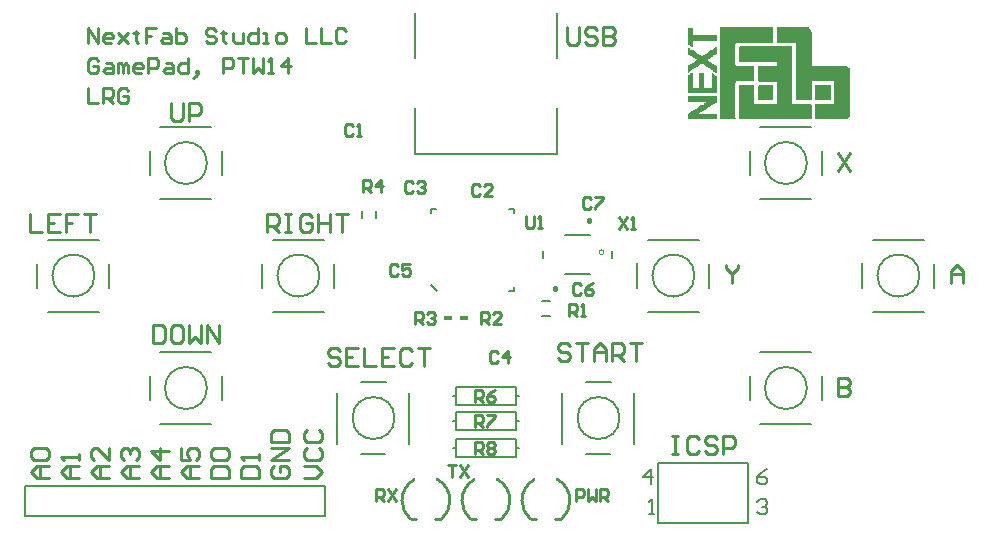
<source format=gto>
%FSLAX25Y25*%
%MOIN*%
G70*
G01*
G75*
G04 Layer_Color=65535*
G04:AMPARAMS|DCode=10|XSize=40mil|YSize=40mil|CornerRadius=20mil|HoleSize=0mil|Usage=FLASHONLY|Rotation=0.000|XOffset=0mil|YOffset=0mil|HoleType=Round|Shape=RoundedRectangle|*
%AMROUNDEDRECTD10*
21,1,0.04000,0.00000,0,0,0.0*
21,1,0.00000,0.04000,0,0,0.0*
1,1,0.04000,0.00000,0.00000*
1,1,0.04000,0.00000,0.00000*
1,1,0.04000,0.00000,0.00000*
1,1,0.04000,0.00000,0.00000*
%
%ADD10ROUNDEDRECTD10*%
%ADD11R,0.03200X0.01200*%
%ADD12R,0.01200X0.03200*%
%ADD13R,0.04800X0.03200*%
%ADD14R,0.03200X0.04800*%
%ADD15R,0.03600X0.02800*%
%ADD16R,0.05512X0.04331*%
%ADD17R,0.04331X0.05512*%
%ADD18R,0.02800X0.03600*%
%ADD19R,0.07500X0.05600*%
%ADD20C,0.01000*%
%ADD21C,0.03000*%
%ADD22C,0.01200*%
%ADD23C,0.00800*%
%ADD24C,0.02000*%
%ADD25R,0.18000X0.18000*%
%ADD26C,0.06000*%
%ADD27C,0.05906*%
%ADD28R,0.05906X0.05906*%
%ADD29C,0.07400*%
%ADD30C,0.13500*%
%ADD31C,0.06600*%
%ADD32C,0.05512*%
%ADD33C,0.02400*%
%ADD34C,0.05000*%
%ADD35C,0.02300*%
%ADD36C,0.00000*%
%ADD37C,0.00787*%
%ADD38C,0.00600*%
%ADD39C,0.01600*%
%ADD40R,0.02800X0.01600*%
G36*
X395064Y269927D02*
X395338D01*
Y269653D01*
X395612D01*
Y269379D01*
X395885D01*
Y269106D01*
Y268832D01*
X396159D01*
Y268558D01*
Y268284D01*
Y268011D01*
Y267737D01*
Y267463D01*
Y267190D01*
Y266916D01*
Y266642D01*
Y266369D01*
Y266095D01*
Y265821D01*
Y265547D01*
Y265274D01*
Y265000D01*
Y264726D01*
Y264453D01*
Y264179D01*
Y263905D01*
Y263632D01*
Y263358D01*
Y263084D01*
Y262810D01*
Y262537D01*
Y262263D01*
Y261989D01*
Y261716D01*
Y261442D01*
Y261168D01*
Y260894D01*
Y260621D01*
Y260347D01*
Y260073D01*
Y259800D01*
Y259526D01*
Y259252D01*
Y258979D01*
Y258705D01*
Y258431D01*
Y258157D01*
Y257884D01*
Y257610D01*
Y257336D01*
X407928D01*
Y257063D01*
X408202D01*
Y256789D01*
X408475D01*
Y256515D01*
X408749D01*
Y256242D01*
Y255968D01*
Y255694D01*
Y255420D01*
Y255147D01*
Y254873D01*
Y254599D01*
Y254326D01*
Y254052D01*
Y253778D01*
Y253505D01*
Y253231D01*
Y252957D01*
Y252683D01*
Y252410D01*
Y252136D01*
Y251862D01*
Y251589D01*
Y251315D01*
Y251041D01*
Y250768D01*
Y250494D01*
Y250220D01*
Y249946D01*
Y249673D01*
Y249399D01*
Y249125D01*
Y248852D01*
Y248578D01*
Y248304D01*
Y248031D01*
Y247757D01*
Y247483D01*
Y247210D01*
Y246936D01*
Y246662D01*
Y246388D01*
Y246115D01*
Y245841D01*
Y245567D01*
Y245294D01*
Y245020D01*
Y244746D01*
Y244473D01*
Y244199D01*
Y243925D01*
Y243651D01*
Y243378D01*
Y243104D01*
Y242830D01*
Y242557D01*
Y242283D01*
Y242009D01*
Y241736D01*
Y241462D01*
Y241188D01*
Y240914D01*
Y240641D01*
Y240367D01*
X408475D01*
Y240093D01*
X408202D01*
Y239820D01*
X407654D01*
Y239546D01*
X397254D01*
Y239820D01*
Y240093D01*
Y240367D01*
Y240641D01*
Y240914D01*
Y241188D01*
Y241462D01*
Y241736D01*
Y242009D01*
Y242283D01*
Y242557D01*
Y242830D01*
Y243104D01*
Y243378D01*
Y243651D01*
Y243925D01*
Y244199D01*
Y244473D01*
Y244746D01*
X403549D01*
Y245020D01*
Y245294D01*
Y245567D01*
Y245841D01*
Y246115D01*
Y246388D01*
Y246662D01*
Y246936D01*
Y247210D01*
Y247483D01*
Y247757D01*
Y248031D01*
Y248304D01*
Y248578D01*
Y248852D01*
Y249125D01*
Y249399D01*
Y249673D01*
Y249946D01*
Y250220D01*
Y250494D01*
Y250768D01*
Y251041D01*
Y251315D01*
Y251589D01*
Y251862D01*
Y252136D01*
Y252410D01*
X396159D01*
Y252136D01*
Y251862D01*
Y251589D01*
Y251315D01*
Y251041D01*
Y250768D01*
Y250494D01*
Y250220D01*
Y249946D01*
Y249673D01*
Y249399D01*
Y249125D01*
Y248852D01*
Y248578D01*
Y248304D01*
Y248031D01*
Y247757D01*
Y247483D01*
Y247210D01*
Y246936D01*
Y246662D01*
Y246388D01*
Y246115D01*
X395885D01*
Y245841D01*
X390959D01*
Y246115D01*
Y246388D01*
Y246662D01*
Y246936D01*
Y247210D01*
Y247483D01*
Y247757D01*
Y248031D01*
Y248304D01*
Y248578D01*
Y248852D01*
Y249125D01*
Y249399D01*
Y249673D01*
Y249946D01*
Y250220D01*
Y250494D01*
Y250768D01*
Y251041D01*
Y251315D01*
Y251589D01*
Y251862D01*
Y252136D01*
Y252410D01*
Y252683D01*
Y252957D01*
Y253231D01*
Y253505D01*
Y253778D01*
Y254052D01*
Y254326D01*
Y254599D01*
Y254873D01*
Y255147D01*
Y255420D01*
Y255694D01*
Y255968D01*
Y256242D01*
Y256515D01*
Y256789D01*
Y257063D01*
Y257336D01*
Y257610D01*
Y257884D01*
Y258157D01*
Y258431D01*
Y258705D01*
Y258979D01*
Y259252D01*
Y259526D01*
Y259800D01*
Y260073D01*
Y260347D01*
Y260621D01*
Y260894D01*
Y261168D01*
Y261442D01*
Y261716D01*
Y261989D01*
Y262263D01*
Y262537D01*
Y262810D01*
Y263084D01*
Y263358D01*
Y263632D01*
Y263905D01*
Y264179D01*
Y264453D01*
Y264726D01*
Y265000D01*
X384664D01*
Y265274D01*
Y265547D01*
Y265821D01*
Y266095D01*
Y266369D01*
Y266642D01*
Y266916D01*
Y267190D01*
Y267463D01*
Y267737D01*
Y268011D01*
Y268284D01*
Y268558D01*
Y268832D01*
Y269106D01*
Y269379D01*
Y269653D01*
Y269927D01*
Y270200D01*
X395064D01*
Y269927D01*
D02*
G37*
G36*
X389590Y263632D02*
Y263358D01*
Y263084D01*
Y262810D01*
Y262537D01*
Y262263D01*
Y261989D01*
Y261716D01*
Y261442D01*
Y261168D01*
Y260894D01*
Y260621D01*
Y260347D01*
Y260073D01*
Y259800D01*
Y259526D01*
Y259252D01*
Y258979D01*
Y258705D01*
Y258431D01*
Y258157D01*
Y257884D01*
Y257610D01*
Y257336D01*
Y257063D01*
Y256789D01*
Y256515D01*
Y256242D01*
Y255968D01*
Y255694D01*
Y255420D01*
Y255147D01*
Y254873D01*
Y254599D01*
Y254326D01*
Y254052D01*
Y253778D01*
Y253505D01*
Y253231D01*
Y252957D01*
Y252683D01*
Y252410D01*
Y252136D01*
Y251862D01*
Y251589D01*
Y251315D01*
Y251041D01*
Y250768D01*
Y250494D01*
Y250220D01*
Y249946D01*
Y249673D01*
Y249399D01*
Y249125D01*
Y248852D01*
Y248578D01*
Y248304D01*
Y248031D01*
Y247757D01*
Y247483D01*
Y247210D01*
Y246936D01*
Y246662D01*
Y246388D01*
Y246115D01*
Y245841D01*
Y245567D01*
Y245294D01*
Y245020D01*
Y244746D01*
X395885D01*
Y244473D01*
X396159D01*
Y244199D01*
Y243925D01*
Y243651D01*
Y243378D01*
Y243104D01*
Y242830D01*
Y242557D01*
Y242283D01*
Y242009D01*
Y241736D01*
Y241462D01*
Y241188D01*
Y240914D01*
Y240641D01*
Y240367D01*
Y240093D01*
Y239820D01*
X395885D01*
Y239546D01*
X371800D01*
Y239820D01*
Y240093D01*
Y240367D01*
Y240641D01*
Y240914D01*
Y241188D01*
Y241462D01*
Y241736D01*
Y242009D01*
Y242283D01*
Y242557D01*
Y242830D01*
Y243104D01*
Y243378D01*
Y243651D01*
Y243925D01*
Y244199D01*
Y244473D01*
Y244746D01*
Y245020D01*
Y245294D01*
Y245567D01*
Y245841D01*
Y246115D01*
Y246388D01*
Y246662D01*
Y246936D01*
Y247210D01*
Y247483D01*
Y247757D01*
Y248031D01*
Y248304D01*
Y248578D01*
Y248852D01*
Y249125D01*
Y249399D01*
Y249673D01*
Y249946D01*
Y250220D01*
Y250494D01*
Y250768D01*
Y251041D01*
X377000D01*
Y250768D01*
Y250494D01*
Y250220D01*
Y249946D01*
Y249673D01*
Y249399D01*
Y249125D01*
Y248852D01*
Y248578D01*
Y248304D01*
Y248031D01*
Y247757D01*
Y247483D01*
Y247210D01*
Y246936D01*
Y246662D01*
Y246388D01*
Y246115D01*
Y245841D01*
Y245567D01*
Y245294D01*
Y245020D01*
Y244746D01*
X384664D01*
Y245020D01*
Y245294D01*
Y245567D01*
Y245841D01*
Y246115D01*
Y246388D01*
Y246662D01*
Y246936D01*
Y247210D01*
Y247483D01*
Y247757D01*
Y248031D01*
Y248304D01*
Y248578D01*
Y248852D01*
Y249125D01*
Y249399D01*
Y249673D01*
Y249946D01*
Y250220D01*
Y250494D01*
Y250768D01*
Y251041D01*
Y251315D01*
Y251589D01*
Y251862D01*
Y252136D01*
X378368D01*
Y252410D01*
X378095D01*
Y252683D01*
Y252957D01*
Y253231D01*
Y253505D01*
Y253778D01*
Y254052D01*
Y254326D01*
Y254599D01*
Y254873D01*
Y255147D01*
Y255420D01*
Y255694D01*
Y255968D01*
Y256242D01*
Y256515D01*
Y256789D01*
Y257063D01*
Y257336D01*
X384390D01*
Y257610D01*
X384664D01*
Y257884D01*
Y258157D01*
Y258431D01*
Y258705D01*
X371800D01*
Y258979D01*
Y259252D01*
Y259526D01*
Y259800D01*
Y260073D01*
Y260347D01*
Y260621D01*
Y260894D01*
Y261168D01*
Y261442D01*
Y261716D01*
Y261989D01*
Y262263D01*
Y262537D01*
Y262810D01*
Y263084D01*
Y263358D01*
Y263632D01*
X372073D01*
Y263905D01*
X389590D01*
Y263632D01*
D02*
G37*
G36*
X364410Y246936D02*
Y246662D01*
Y246388D01*
Y246115D01*
Y245841D01*
Y245567D01*
Y245294D01*
Y245020D01*
X363862D01*
Y244746D01*
X363315D01*
Y244473D01*
X363041D01*
Y244199D01*
X362494D01*
Y243925D01*
X362220D01*
Y243651D01*
X361673D01*
Y243378D01*
X361125D01*
Y243104D01*
X360852D01*
Y242830D01*
X360304D01*
Y242557D01*
X360031D01*
Y242283D01*
X359483D01*
Y242009D01*
X358936D01*
Y241736D01*
X358662D01*
Y241462D01*
X364410D01*
Y241188D01*
Y240914D01*
Y240641D01*
Y240367D01*
Y240093D01*
Y239820D01*
Y239546D01*
X354830D01*
Y239820D01*
Y240093D01*
Y240367D01*
Y240641D01*
Y240914D01*
Y241188D01*
Y241462D01*
X355104D01*
Y241736D01*
X355378D01*
Y242009D01*
X355925D01*
Y242283D01*
X356472D01*
Y242557D01*
X356746D01*
Y242830D01*
X357294D01*
Y243104D01*
X357841D01*
Y243378D01*
X358115D01*
Y243651D01*
X358662D01*
Y243925D01*
X358936D01*
Y244199D01*
X359483D01*
Y244473D01*
X360031D01*
Y244746D01*
X360304D01*
Y245020D01*
X360852D01*
Y245294D01*
X354830D01*
Y245567D01*
Y245841D01*
Y246115D01*
Y246388D01*
Y246662D01*
Y246936D01*
Y247210D01*
X364410D01*
Y246936D01*
D02*
G37*
G36*
X383295Y269927D02*
Y269653D01*
Y269379D01*
Y269106D01*
Y268832D01*
Y268558D01*
Y268284D01*
Y268011D01*
Y267737D01*
Y267463D01*
Y267190D01*
Y266916D01*
Y266642D01*
Y266369D01*
Y266095D01*
Y265821D01*
Y265547D01*
Y265274D01*
Y265000D01*
X370705D01*
Y264726D01*
X370431D01*
Y264453D01*
Y264179D01*
Y263905D01*
Y263632D01*
Y263358D01*
Y263084D01*
Y262810D01*
Y262537D01*
Y262263D01*
Y261989D01*
Y261716D01*
Y261442D01*
Y261168D01*
Y260894D01*
Y260621D01*
Y260347D01*
Y260073D01*
Y259800D01*
Y259526D01*
Y259252D01*
Y258979D01*
Y258705D01*
Y258431D01*
Y258157D01*
X370705D01*
Y257884D01*
X370431D01*
Y257610D01*
X370705D01*
Y257336D01*
X377000D01*
Y257063D01*
Y256789D01*
Y256515D01*
Y256242D01*
Y255968D01*
Y255694D01*
Y255420D01*
Y255147D01*
Y254873D01*
Y254599D01*
Y254326D01*
Y254052D01*
Y253778D01*
Y253505D01*
Y253231D01*
Y252957D01*
Y252683D01*
Y252410D01*
X370705D01*
Y252136D01*
X370431D01*
Y251862D01*
X370705D01*
Y251589D01*
X370431D01*
Y251315D01*
Y251041D01*
Y250768D01*
Y250494D01*
Y250220D01*
Y249946D01*
Y249673D01*
Y249399D01*
Y249125D01*
Y248852D01*
Y248578D01*
Y248304D01*
Y248031D01*
Y247757D01*
Y247483D01*
Y247210D01*
Y246936D01*
Y246662D01*
Y246388D01*
Y246115D01*
Y245841D01*
Y245567D01*
Y245294D01*
Y245020D01*
Y244746D01*
Y244473D01*
Y244199D01*
Y243925D01*
Y243651D01*
Y243378D01*
Y243104D01*
Y242830D01*
Y242557D01*
Y242283D01*
Y242009D01*
Y241736D01*
Y241462D01*
Y241188D01*
Y240914D01*
Y240641D01*
Y240367D01*
Y240093D01*
X370705D01*
Y239820D01*
X370431D01*
Y239546D01*
X365505D01*
Y239820D01*
Y240093D01*
Y240367D01*
Y240641D01*
Y240914D01*
Y241188D01*
Y241462D01*
Y241736D01*
Y242009D01*
Y242283D01*
Y242557D01*
Y242830D01*
Y243104D01*
Y243378D01*
Y243651D01*
Y243925D01*
Y244199D01*
Y244473D01*
Y244746D01*
Y245020D01*
Y245294D01*
Y245567D01*
Y245841D01*
Y246115D01*
Y246388D01*
Y246662D01*
Y246936D01*
Y247210D01*
Y247483D01*
Y247757D01*
Y248031D01*
Y248304D01*
Y248578D01*
Y248852D01*
Y249125D01*
Y249399D01*
Y249673D01*
Y249946D01*
Y250220D01*
Y250494D01*
Y250768D01*
Y251041D01*
Y251315D01*
Y251589D01*
Y251862D01*
Y252136D01*
Y252410D01*
Y252683D01*
Y252957D01*
Y253231D01*
Y253505D01*
Y253778D01*
Y254052D01*
Y254326D01*
Y254599D01*
Y254873D01*
Y255147D01*
Y255420D01*
Y255694D01*
Y255968D01*
Y256242D01*
Y256515D01*
Y256789D01*
Y257063D01*
Y257336D01*
Y257610D01*
Y257884D01*
Y258157D01*
Y258431D01*
Y258705D01*
Y258979D01*
Y259252D01*
Y259526D01*
Y259800D01*
Y260073D01*
Y260347D01*
Y260621D01*
Y260894D01*
Y261168D01*
Y261442D01*
Y261716D01*
Y261989D01*
Y262263D01*
Y262537D01*
Y262810D01*
Y263084D01*
Y263358D01*
Y263632D01*
Y263905D01*
Y264179D01*
Y264453D01*
Y264726D01*
Y265000D01*
Y265274D01*
Y265547D01*
Y265821D01*
Y266095D01*
Y266369D01*
Y266642D01*
Y266916D01*
Y267190D01*
Y267463D01*
Y267737D01*
Y268011D01*
Y268284D01*
Y268558D01*
Y268832D01*
Y269106D01*
Y269379D01*
Y269653D01*
Y269927D01*
Y270200D01*
X383295D01*
Y269927D01*
D02*
G37*
G36*
Y250768D02*
Y250494D01*
Y250220D01*
Y249946D01*
Y249673D01*
Y249399D01*
Y249125D01*
Y248852D01*
Y248578D01*
Y248304D01*
Y248031D01*
Y247757D01*
Y247483D01*
Y247210D01*
Y246936D01*
Y246662D01*
Y246388D01*
Y246115D01*
Y245841D01*
X378095D01*
Y246115D01*
Y246388D01*
Y246662D01*
Y246936D01*
Y247210D01*
Y247483D01*
Y247757D01*
Y248031D01*
Y248304D01*
Y248578D01*
Y248852D01*
Y249125D01*
Y249399D01*
Y249673D01*
Y249946D01*
Y250220D01*
Y250494D01*
Y250768D01*
X378368D01*
Y251041D01*
X383295D01*
Y250768D01*
D02*
G37*
G36*
X364410Y263358D02*
Y263084D01*
Y262810D01*
Y262537D01*
Y262263D01*
Y261989D01*
Y261716D01*
Y261442D01*
X364136D01*
Y261168D01*
X363862D01*
Y260894D01*
X363315D01*
Y260621D01*
X363041D01*
Y260347D01*
X362494D01*
Y260073D01*
X362220D01*
Y259800D01*
X361673D01*
Y259526D01*
X361399D01*
Y259252D01*
Y258979D01*
X361947D01*
Y258705D01*
X362494D01*
Y258431D01*
X362768D01*
Y258157D01*
X363315D01*
Y257884D01*
X363589D01*
Y257610D01*
X364136D01*
Y257336D01*
X364410D01*
Y257063D01*
Y256789D01*
Y256515D01*
Y256242D01*
Y255968D01*
Y255694D01*
Y255420D01*
Y255147D01*
Y254873D01*
X364136D01*
Y255147D01*
X363862D01*
Y255420D01*
X363315D01*
Y255694D01*
X363041D01*
Y255968D01*
X362494D01*
Y256242D01*
X362220D01*
Y256515D01*
X361673D01*
Y256789D01*
X361399D01*
Y257063D01*
X360852D01*
Y257336D01*
X360578D01*
Y257610D01*
X360031D01*
Y257884D01*
X359757D01*
Y258157D01*
X359209D01*
Y257884D01*
X358936D01*
Y257610D01*
X358388D01*
Y257336D01*
X358115D01*
Y257063D01*
X357567D01*
Y256789D01*
X357020D01*
Y256515D01*
X356746D01*
Y256242D01*
X356199D01*
Y255968D01*
X355925D01*
Y255694D01*
X355378D01*
Y255420D01*
X355104D01*
Y255147D01*
X354830D01*
Y255420D01*
Y255694D01*
Y255968D01*
Y256242D01*
Y256515D01*
Y256789D01*
Y257063D01*
Y257336D01*
Y257610D01*
X355378D01*
Y257884D01*
X355651D01*
Y258157D01*
X356199D01*
Y258431D01*
X356746D01*
Y258705D01*
X357020D01*
Y258979D01*
X357567D01*
Y259252D01*
X357841D01*
Y259526D01*
X357567D01*
Y259800D01*
X357020D01*
Y260073D01*
X356472D01*
Y260347D01*
X356199D01*
Y260621D01*
X355651D01*
Y260894D01*
X355104D01*
Y261168D01*
X354830D01*
Y261442D01*
Y261716D01*
Y261989D01*
Y262263D01*
Y262537D01*
Y262810D01*
Y263084D01*
Y263358D01*
X355378D01*
Y263084D01*
X355651D01*
Y262810D01*
X356199D01*
Y262537D01*
X356746D01*
Y262263D01*
X357020D01*
Y261989D01*
X357567D01*
Y261716D01*
X357841D01*
Y261442D01*
X358388D01*
Y261168D01*
X358662D01*
Y260894D01*
X359209D01*
Y260621D01*
X359757D01*
Y260894D01*
X360304D01*
Y261168D01*
X360578D01*
Y261442D01*
X361125D01*
Y261716D01*
X361399D01*
Y261989D01*
X361947D01*
Y262263D01*
X362220D01*
Y262537D01*
X362768D01*
Y262810D01*
X363041D01*
Y263084D01*
X363589D01*
Y263358D01*
X363862D01*
Y263632D01*
X364410D01*
Y263358D01*
D02*
G37*
G36*
X356472Y269653D02*
Y269379D01*
Y269106D01*
Y268832D01*
Y268558D01*
Y268284D01*
Y268011D01*
Y267737D01*
X364410D01*
Y267463D01*
Y267190D01*
Y266916D01*
Y266642D01*
Y266369D01*
Y266095D01*
Y265821D01*
Y265547D01*
X356472D01*
Y265274D01*
Y265000D01*
Y264726D01*
Y264453D01*
Y264179D01*
Y263905D01*
Y263632D01*
X355925D01*
Y263905D01*
X355651D01*
Y264179D01*
X355104D01*
Y264453D01*
X354830D01*
Y264726D01*
Y265000D01*
Y265274D01*
Y265547D01*
Y265821D01*
Y266095D01*
Y266369D01*
Y266642D01*
Y266916D01*
Y267190D01*
Y267463D01*
Y267737D01*
Y268011D01*
Y268284D01*
Y268558D01*
Y268832D01*
Y269106D01*
Y269379D01*
Y269653D01*
Y269927D01*
X356472D01*
Y269653D01*
D02*
G37*
G36*
X402454Y250768D02*
Y250494D01*
Y250220D01*
Y249946D01*
Y249673D01*
Y249399D01*
Y249125D01*
Y248852D01*
Y248578D01*
Y248304D01*
Y248031D01*
Y247757D01*
Y247483D01*
Y247210D01*
Y246936D01*
Y246662D01*
Y246388D01*
Y246115D01*
X402180D01*
Y245841D01*
X397254D01*
Y246115D01*
Y246388D01*
Y246662D01*
Y246936D01*
Y247210D01*
Y247483D01*
Y247757D01*
Y248031D01*
Y248304D01*
Y248578D01*
Y248852D01*
Y249125D01*
Y249399D01*
Y249673D01*
Y249946D01*
Y250220D01*
Y250494D01*
Y250768D01*
Y251041D01*
X402454D01*
Y250768D01*
D02*
G37*
G36*
X356472Y254873D02*
Y254599D01*
Y254326D01*
Y254052D01*
Y253778D01*
Y253505D01*
Y253231D01*
Y252957D01*
Y252683D01*
Y252410D01*
Y252136D01*
Y251862D01*
Y251589D01*
Y251315D01*
Y251041D01*
Y250768D01*
Y250494D01*
Y250220D01*
Y249946D01*
X358662D01*
Y250220D01*
Y250494D01*
Y250768D01*
Y251041D01*
Y251315D01*
Y251589D01*
Y251862D01*
Y252136D01*
Y252410D01*
Y252683D01*
Y252957D01*
Y253231D01*
Y253505D01*
Y253778D01*
Y254052D01*
Y254326D01*
Y254599D01*
Y254873D01*
X360304D01*
Y254599D01*
Y254326D01*
Y254052D01*
Y253778D01*
Y253505D01*
Y253231D01*
Y252957D01*
Y252683D01*
Y252410D01*
Y252136D01*
Y251862D01*
Y251589D01*
Y251315D01*
Y251041D01*
Y250768D01*
Y250494D01*
Y250220D01*
Y249946D01*
X362768D01*
Y250220D01*
Y250494D01*
Y250768D01*
Y251041D01*
Y251315D01*
Y251589D01*
Y251862D01*
Y252136D01*
Y252410D01*
Y252683D01*
Y252957D01*
Y253231D01*
Y253505D01*
Y253778D01*
Y254052D01*
Y254326D01*
Y254599D01*
Y254873D01*
X363041D01*
Y254599D01*
X363589D01*
Y254326D01*
X363862D01*
Y254052D01*
X364410D01*
Y253778D01*
Y253505D01*
Y253231D01*
Y252957D01*
Y252683D01*
Y252410D01*
Y252136D01*
Y251862D01*
Y251589D01*
Y251315D01*
Y251041D01*
Y250768D01*
Y250494D01*
Y250220D01*
Y249946D01*
Y249673D01*
Y249399D01*
Y249125D01*
Y248852D01*
Y248578D01*
Y248304D01*
X354830D01*
Y248578D01*
Y248852D01*
Y249125D01*
Y249399D01*
Y249673D01*
Y249946D01*
Y250220D01*
Y250494D01*
Y250768D01*
Y251041D01*
Y251315D01*
Y251589D01*
Y251862D01*
Y252136D01*
Y252410D01*
Y252683D01*
Y252957D01*
Y253231D01*
Y253505D01*
Y253778D01*
Y254052D01*
Y254326D01*
X355378D01*
Y254599D01*
X355651D01*
Y254873D01*
X356199D01*
Y255147D01*
X356472D01*
Y254873D01*
D02*
G37*
D20*
X263531Y119446D02*
G03*
X259500Y112500I3969J-6946D01*
G01*
D02*
G03*
X262332Y106300I8100J-47D01*
G01*
X275500Y112500D02*
G03*
X271300Y119559I-7982J29D01*
G01*
X272700Y106300D02*
G03*
X275500Y112500I-5219J6089D01*
G01*
X283531Y119446D02*
G03*
X279500Y112500I3969J-6946D01*
G01*
D02*
G03*
X282332Y106300I8100J-47D01*
G01*
X295500Y112500D02*
G03*
X291300Y119559I-7982J29D01*
G01*
X292700Y106300D02*
G03*
X295500Y112500I-5219J6089D01*
G01*
X303531Y119446D02*
G03*
X299500Y112500I3969J-6946D01*
G01*
D02*
G03*
X302332Y106300I8100J-47D01*
G01*
X315500Y112500D02*
G03*
X311300Y119559I-7982J29D01*
G01*
X312700Y106300D02*
G03*
X315500Y112500I-5219J6089D01*
G01*
X262400Y106300D02*
X264200D01*
X270600D02*
X272600D01*
X282400D02*
X284200D01*
X290600D02*
X292600D01*
X302400D02*
X304200D01*
X310600D02*
X312600D01*
X227002Y120000D02*
X231001D01*
X233000Y121999D01*
X231001Y123999D01*
X227002D01*
X228002Y129997D02*
X227002Y128997D01*
Y126998D01*
X228002Y125998D01*
X232000D01*
X233000Y126998D01*
Y128997D01*
X232000Y129997D01*
X228002Y135995D02*
X227002Y134995D01*
Y132996D01*
X228002Y131996D01*
X232000D01*
X233000Y132996D01*
Y134995D01*
X232000Y135995D01*
X217002Y123999D02*
X216002Y122999D01*
Y121000D01*
X217002Y120000D01*
X221000D01*
X222000Y121000D01*
Y122999D01*
X221000Y123999D01*
X219001D01*
Y121999D01*
X222000Y125998D02*
X216002D01*
X222000Y129997D01*
X216002D01*
Y131996D02*
X222000D01*
Y134995D01*
X221000Y135995D01*
X217002D01*
X216002Y134995D01*
Y131996D01*
X206002Y120000D02*
X212000D01*
Y122999D01*
X211000Y123999D01*
X207002D01*
X206002Y122999D01*
Y120000D01*
X212000Y125998D02*
Y127997D01*
Y126998D01*
X206002D01*
X207002Y125998D01*
X196002Y120000D02*
X202000D01*
Y122999D01*
X201000Y123999D01*
X197002D01*
X196002Y122999D01*
Y120000D01*
X197002Y125998D02*
X196002Y126998D01*
Y128997D01*
X197002Y129997D01*
X201000D01*
X202000Y128997D01*
Y126998D01*
X201000Y125998D01*
X197002D01*
X192000Y120000D02*
X188001D01*
X186002Y121999D01*
X188001Y123999D01*
X192000D01*
X189001D01*
Y120000D01*
X186002Y129997D02*
Y125998D01*
X189001D01*
X188001Y127997D01*
Y128997D01*
X189001Y129997D01*
X191000D01*
X192000Y128997D01*
Y126998D01*
X191000Y125998D01*
X182000Y120000D02*
X178001D01*
X176002Y121999D01*
X178001Y123999D01*
X182000D01*
X179001D01*
Y120000D01*
X182000Y128997D02*
X176002D01*
X179001Y125998D01*
Y129997D01*
X172000Y120000D02*
X168001D01*
X166002Y121999D01*
X168001Y123999D01*
X172000D01*
X169001D01*
Y120000D01*
X167002Y125998D02*
X166002Y126998D01*
Y128997D01*
X167002Y129997D01*
X168001D01*
X169001Y128997D01*
Y127997D01*
Y128997D01*
X170001Y129997D01*
X171000D01*
X172000Y128997D01*
Y126998D01*
X171000Y125998D01*
X162000Y120000D02*
X158001D01*
X156002Y121999D01*
X158001Y123999D01*
X162000D01*
X159001D01*
Y120000D01*
X162000Y129997D02*
Y125998D01*
X158001Y129997D01*
X157002D01*
X156002Y128997D01*
Y126998D01*
X157002Y125998D01*
X152000Y120000D02*
X148001D01*
X146002Y121999D01*
X148001Y123999D01*
X152000D01*
X149001D01*
Y120000D01*
X152000Y125998D02*
Y127997D01*
Y126998D01*
X146002D01*
X147002Y125998D01*
X142000Y120000D02*
X138001D01*
X136002Y121999D01*
X138001Y123999D01*
X142000D01*
X139001D01*
Y120000D01*
X137002Y125998D02*
X136002Y126998D01*
Y128997D01*
X137002Y129997D01*
X141000D01*
X142000Y128997D01*
Y126998D01*
X141000Y125998D01*
X137002D01*
X135500Y207998D02*
Y202000D01*
X139499D01*
X145497Y207998D02*
X141498D01*
Y202000D01*
X145497D01*
X141498Y204999D02*
X143497D01*
X151495Y207998D02*
X147496D01*
Y204999D01*
X149495D01*
X147496D01*
Y202000D01*
X153494Y207998D02*
X157493D01*
X155493D01*
Y202000D01*
X301000Y207499D02*
Y204167D01*
X301666Y203500D01*
X302999D01*
X303666Y204167D01*
Y207499D01*
X304999Y203500D02*
X306332D01*
X305665D01*
Y207499D01*
X304999Y206832D01*
X182500Y244998D02*
Y240000D01*
X183500Y239000D01*
X185499D01*
X186499Y240000D01*
Y244998D01*
X188498Y239000D02*
Y244998D01*
X191497D01*
X192497Y243998D01*
Y241999D01*
X191497Y240999D01*
X188498D01*
X176500Y170998D02*
Y165000D01*
X179499D01*
X180499Y166000D01*
Y169998D01*
X179499Y170998D01*
X176500D01*
X185497D02*
X183498D01*
X182498Y169998D01*
Y166000D01*
X183498Y165000D01*
X185497D01*
X186497Y166000D01*
Y169998D01*
X185497Y170998D01*
X188496D02*
Y165000D01*
X190496Y166999D01*
X192495Y165000D01*
Y170998D01*
X194494Y165000D02*
Y170998D01*
X198493Y165000D01*
Y170998D01*
X214500Y202000D02*
Y207998D01*
X217499D01*
X218499Y206998D01*
Y204999D01*
X217499Y203999D01*
X214500D01*
X216499D02*
X218499Y202000D01*
X220498Y207998D02*
X222497D01*
X221498D01*
Y202000D01*
X220498D01*
X222497D01*
X229495Y206998D02*
X228496Y207998D01*
X226496D01*
X225496Y206998D01*
Y203000D01*
X226496Y202000D01*
X228496D01*
X229495Y203000D01*
Y204999D01*
X227496D01*
X231494Y207998D02*
Y202000D01*
Y204999D01*
X235493D01*
Y207998D01*
Y202000D01*
X237493Y207998D02*
X241491D01*
X239492D01*
Y202000D01*
X442500Y185000D02*
Y188999D01*
X444499Y190998D01*
X446499Y188999D01*
Y185000D01*
Y187999D01*
X442500D01*
X405000Y153498D02*
Y147500D01*
X407999D01*
X408999Y148500D01*
Y149499D01*
X407999Y150499D01*
X405000D01*
X407999D01*
X408999Y151499D01*
Y152498D01*
X407999Y153498D01*
X405000D01*
Y228498D02*
X408999Y222500D01*
Y228498D02*
X405000Y222500D01*
X367500Y190998D02*
Y189998D01*
X369499Y187999D01*
X371499Y189998D01*
Y190998D01*
X369499Y187999D02*
Y185000D01*
X315499Y163998D02*
X314499Y164998D01*
X312500D01*
X311500Y163998D01*
Y162999D01*
X312500Y161999D01*
X314499D01*
X315499Y160999D01*
Y160000D01*
X314499Y159000D01*
X312500D01*
X311500Y160000D01*
X317498Y164998D02*
X321497D01*
X319497D01*
Y159000D01*
X323496D02*
Y162999D01*
X325496Y164998D01*
X327495Y162999D01*
Y159000D01*
Y161999D01*
X323496D01*
X329494Y159000D02*
Y164998D01*
X332493D01*
X333493Y163998D01*
Y161999D01*
X332493Y160999D01*
X329494D01*
X331493D02*
X333493Y159000D01*
X335492Y164998D02*
X339491D01*
X337492D01*
Y159000D01*
X238999Y162498D02*
X237999Y163498D01*
X236000D01*
X235000Y162498D01*
Y161499D01*
X236000Y160499D01*
X237999D01*
X238999Y159499D01*
Y158500D01*
X237999Y157500D01*
X236000D01*
X235000Y158500D01*
X244997Y163498D02*
X240998D01*
Y157500D01*
X244997D01*
X240998Y160499D02*
X242997D01*
X246996Y163498D02*
Y157500D01*
X250995D01*
X256993Y163498D02*
X252994D01*
Y157500D01*
X256993D01*
X252994Y160499D02*
X254994D01*
X262991Y162498D02*
X261991Y163498D01*
X259992D01*
X258992Y162498D01*
Y158500D01*
X259992Y157500D01*
X261991D01*
X262991Y158500D01*
X264990Y163498D02*
X268989D01*
X266990D01*
Y157500D01*
X284000Y128000D02*
Y131999D01*
X285999D01*
X286666Y131332D01*
Y129999D01*
X285999Y129333D01*
X284000D01*
X285333D02*
X286666Y128000D01*
X287999Y131332D02*
X288665Y131999D01*
X289998D01*
X290665Y131332D01*
Y130666D01*
X289998Y129999D01*
X290665Y129333D01*
Y128666D01*
X289998Y128000D01*
X288665D01*
X287999Y128666D01*
Y129333D01*
X288665Y129999D01*
X287999Y130666D01*
Y131332D01*
X288665Y129999D02*
X289998D01*
X284000Y137000D02*
Y140999D01*
X285999D01*
X286666Y140332D01*
Y138999D01*
X285999Y138333D01*
X284000D01*
X285333D02*
X286666Y137000D01*
X287999Y140999D02*
X290665D01*
Y140332D01*
X287999Y137666D01*
Y137000D01*
X284000Y145500D02*
Y149499D01*
X285999D01*
X286666Y148832D01*
Y147499D01*
X285999Y146833D01*
X284000D01*
X285333D02*
X286666Y145500D01*
X290665Y149499D02*
X289332Y148832D01*
X287999Y147499D01*
Y146167D01*
X288665Y145500D01*
X289998D01*
X290665Y146167D01*
Y146833D01*
X289998Y147499D01*
X287999D01*
X246500Y215250D02*
Y219249D01*
X248499D01*
X249166Y218582D01*
Y217249D01*
X248499Y216583D01*
X246500D01*
X247833D02*
X249166Y215250D01*
X252498D02*
Y219249D01*
X250499Y217249D01*
X253165D01*
X264000Y171500D02*
Y175499D01*
X265999D01*
X266666Y174832D01*
Y173499D01*
X265999Y172833D01*
X264000D01*
X265333D02*
X266666Y171500D01*
X267999Y174832D02*
X268665Y175499D01*
X269998D01*
X270665Y174832D01*
Y174166D01*
X269998Y173499D01*
X269332D01*
X269998D01*
X270665Y172833D01*
Y172167D01*
X269998Y171500D01*
X268665D01*
X267999Y172167D01*
X286000Y171500D02*
Y175499D01*
X287999D01*
X288666Y174832D01*
Y173499D01*
X287999Y172833D01*
X286000D01*
X287333D02*
X288666Y171500D01*
X292665D02*
X289999D01*
X292665Y174166D01*
Y174832D01*
X291998Y175499D01*
X290665D01*
X289999Y174832D01*
X315250Y174000D02*
Y177999D01*
X317249D01*
X317916Y177332D01*
Y175999D01*
X317249Y175333D01*
X315250D01*
X316583D02*
X317916Y174000D01*
X319249D02*
X320582D01*
X319915D01*
Y177999D01*
X319249Y177332D01*
X332000Y206999D02*
X334666Y203000D01*
Y206999D02*
X332000Y203000D01*
X335999D02*
X337332D01*
X336665D01*
Y206999D01*
X335999Y206332D01*
X349500Y133998D02*
X351499D01*
X350500D01*
Y128000D01*
X349500D01*
X351499D01*
X358497Y132998D02*
X357497Y133998D01*
X355498D01*
X354498Y132998D01*
Y129000D01*
X355498Y128000D01*
X357497D01*
X358497Y129000D01*
X364495Y132998D02*
X363495Y133998D01*
X361496D01*
X360496Y132998D01*
Y131999D01*
X361496Y130999D01*
X363495D01*
X364495Y129999D01*
Y129000D01*
X363495Y128000D01*
X361496D01*
X360496Y129000D01*
X366494Y128000D02*
Y133998D01*
X369494D01*
X370493Y132998D01*
Y130999D01*
X369494Y129999D01*
X366494D01*
X251000Y112500D02*
Y116499D01*
X252999D01*
X253666Y115832D01*
Y114499D01*
X252999Y113833D01*
X251000D01*
X252333D02*
X253666Y112500D01*
X254999Y116499D02*
X257664Y112500D01*
Y116499D02*
X254999Y112500D01*
X275000Y124499D02*
X277666D01*
X276333D01*
Y120500D01*
X278999Y124499D02*
X281664Y120500D01*
Y124499D02*
X278999Y120500D01*
X317500Y112500D02*
Y116499D01*
X319499D01*
X320166Y115832D01*
Y114499D01*
X319499Y113833D01*
X317500D01*
X321499Y116499D02*
Y112500D01*
X322832Y113833D01*
X324165Y112500D01*
Y116499D01*
X325497Y112500D02*
Y116499D01*
X327497D01*
X328163Y115832D01*
Y114499D01*
X327497Y113833D01*
X325497D01*
X326830D02*
X328163Y112500D01*
X322666Y213082D02*
X321999Y213749D01*
X320666D01*
X320000Y213082D01*
Y210416D01*
X320666Y209750D01*
X321999D01*
X322666Y210416D01*
X323999Y213749D02*
X326664D01*
Y213082D01*
X323999Y210416D01*
Y209750D01*
X319166Y184332D02*
X318499Y184999D01*
X317166D01*
X316500Y184332D01*
Y181667D01*
X317166Y181000D01*
X318499D01*
X319166Y181667D01*
X323165Y184999D02*
X321832Y184332D01*
X320499Y182999D01*
Y181667D01*
X321165Y181000D01*
X322498D01*
X323165Y181667D01*
Y182333D01*
X322498Y182999D01*
X320499D01*
X258166Y190832D02*
X257499Y191499D01*
X256166D01*
X255500Y190832D01*
Y188166D01*
X256166Y187500D01*
X257499D01*
X258166Y188166D01*
X262164Y191499D02*
X259499D01*
Y189499D01*
X260832Y190166D01*
X261498D01*
X262164Y189499D01*
Y188166D01*
X261498Y187500D01*
X260165D01*
X259499Y188166D01*
X291416Y161832D02*
X290749Y162499D01*
X289416D01*
X288750Y161832D01*
Y159167D01*
X289416Y158500D01*
X290749D01*
X291416Y159167D01*
X294748Y158500D02*
Y162499D01*
X292749Y160499D01*
X295414D01*
X263166Y218332D02*
X262499Y218999D01*
X261166D01*
X260500Y218332D01*
Y215666D01*
X261166Y215000D01*
X262499D01*
X263166Y215666D01*
X264499Y218332D02*
X265165Y218999D01*
X266498D01*
X267164Y218332D01*
Y217666D01*
X266498Y216999D01*
X265832D01*
X266498D01*
X267164Y216333D01*
Y215666D01*
X266498Y215000D01*
X265165D01*
X264499Y215666D01*
X285666Y217332D02*
X284999Y217999D01*
X283666D01*
X283000Y217332D01*
Y214666D01*
X283666Y214000D01*
X284999D01*
X285666Y214666D01*
X289665Y214000D02*
X286999D01*
X289665Y216666D01*
Y217332D01*
X288998Y217999D01*
X287665D01*
X286999Y217332D01*
X243166Y237332D02*
X242499Y237999D01*
X241166D01*
X240500Y237332D01*
Y234666D01*
X241166Y234000D01*
X242499D01*
X243166Y234666D01*
X244499Y234000D02*
X245832D01*
X245165D01*
Y237999D01*
X244499Y237332D01*
X314500Y270498D02*
Y265500D01*
X315500Y264500D01*
X317499D01*
X318499Y265500D01*
Y270498D01*
X324497Y269498D02*
X323497Y270498D01*
X321498D01*
X320498Y269498D01*
Y268499D01*
X321498Y267499D01*
X323497D01*
X324497Y266499D01*
Y265500D01*
X323497Y264500D01*
X321498D01*
X320498Y265500D01*
X326496Y270498D02*
Y264500D01*
X329495D01*
X330495Y265500D01*
Y266499D01*
X329495Y267499D01*
X326496D01*
X329495D01*
X330495Y268499D01*
Y269498D01*
X329495Y270498D01*
X326496D01*
X155000Y249998D02*
Y245000D01*
X158332D01*
X159998D02*
Y249998D01*
X162498D01*
X163331Y249165D01*
Y247499D01*
X162498Y246666D01*
X159998D01*
X161664D02*
X163331Y245000D01*
X168329Y249165D02*
X167496Y249998D01*
X165830D01*
X164997Y249165D01*
Y245833D01*
X165830Y245000D01*
X167496D01*
X168329Y245833D01*
Y247499D01*
X166663D01*
X158332Y259165D02*
X157499Y259998D01*
X155833D01*
X155000Y259165D01*
Y255833D01*
X155833Y255000D01*
X157499D01*
X158332Y255833D01*
Y257499D01*
X156666D01*
X160831Y258332D02*
X162498D01*
X163331Y257499D01*
Y255000D01*
X160831D01*
X159998Y255833D01*
X160831Y256666D01*
X163331D01*
X164997Y255000D02*
Y258332D01*
X165830D01*
X166663Y257499D01*
Y255000D01*
Y257499D01*
X167496Y258332D01*
X168329Y257499D01*
Y255000D01*
X172494D02*
X170828D01*
X169995Y255833D01*
Y257499D01*
X170828Y258332D01*
X172494D01*
X173327Y257499D01*
Y256666D01*
X169995D01*
X174994Y255000D02*
Y259998D01*
X177493D01*
X178326Y259165D01*
Y257499D01*
X177493Y256666D01*
X174994D01*
X180825Y258332D02*
X182491D01*
X183324Y257499D01*
Y255000D01*
X180825D01*
X179992Y255833D01*
X180825Y256666D01*
X183324D01*
X188322Y259998D02*
Y255000D01*
X185823D01*
X184990Y255833D01*
Y257499D01*
X185823Y258332D01*
X188322D01*
X190822Y254167D02*
X191655Y255000D01*
Y255833D01*
X190822D01*
Y255000D01*
X191655D01*
X190822Y254167D01*
X189989Y253334D01*
X199985Y255000D02*
Y259998D01*
X202485D01*
X203318Y259165D01*
Y257499D01*
X202485Y256666D01*
X199985D01*
X204984Y259998D02*
X208316D01*
X206650D01*
Y255000D01*
X209982Y259998D02*
Y255000D01*
X211648Y256666D01*
X213314Y255000D01*
Y259998D01*
X214981Y255000D02*
X216647D01*
X215814D01*
Y259998D01*
X214981Y259165D01*
X221645Y255000D02*
Y259998D01*
X219146Y257499D01*
X222478D01*
X155000Y265000D02*
Y269998D01*
X158332Y265000D01*
Y269998D01*
X162498Y265000D02*
X160831D01*
X159998Y265833D01*
Y267499D01*
X160831Y268332D01*
X162498D01*
X163331Y267499D01*
Y266666D01*
X159998D01*
X164997Y268332D02*
X168329Y265000D01*
X166663Y266666D01*
X168329Y268332D01*
X164997Y265000D01*
X170828Y269165D02*
Y268332D01*
X169995D01*
X171661D01*
X170828D01*
Y265833D01*
X171661Y265000D01*
X177493Y269998D02*
X174161D01*
Y267499D01*
X175827D01*
X174161D01*
Y265000D01*
X179992Y268332D02*
X181658D01*
X182491Y267499D01*
Y265000D01*
X179992D01*
X179159Y265833D01*
X179992Y266666D01*
X182491D01*
X184157Y269998D02*
Y265000D01*
X186656D01*
X187489Y265833D01*
Y266666D01*
Y267499D01*
X186656Y268332D01*
X184157D01*
X197486Y269165D02*
X196653Y269998D01*
X194987D01*
X194154Y269165D01*
Y268332D01*
X194987Y267499D01*
X196653D01*
X197486Y266666D01*
Y265833D01*
X196653Y265000D01*
X194987D01*
X194154Y265833D01*
X199985Y269165D02*
Y268332D01*
X199152D01*
X200818D01*
X199985D01*
Y265833D01*
X200818Y265000D01*
X203318Y268332D02*
Y265833D01*
X204151Y265000D01*
X206650D01*
Y268332D01*
X211648Y269998D02*
Y265000D01*
X209149D01*
X208316Y265833D01*
Y267499D01*
X209149Y268332D01*
X211648D01*
X213314Y265000D02*
X214981D01*
X214147D01*
Y268332D01*
X213314D01*
X218313Y265000D02*
X219979D01*
X220812Y265833D01*
Y267499D01*
X219979Y268332D01*
X218313D01*
X217480Y267499D01*
Y265833D01*
X218313Y265000D01*
X227477Y269998D02*
Y265000D01*
X230809D01*
X232475Y269998D02*
Y265000D01*
X235807D01*
X240806Y269165D02*
X239972Y269998D01*
X238306D01*
X237473Y269165D01*
Y265833D01*
X238306Y265000D01*
X239972D01*
X240806Y265833D01*
D23*
X157000Y187500D02*
G03*
X157000Y187500I-7000J0D01*
G01*
X194500Y225000D02*
G03*
X194500Y225000I-7000J0D01*
G01*
Y150000D02*
G03*
X194500Y150000I-7000J0D01*
G01*
X232000Y187500D02*
G03*
X232000Y187500I-7000J0D01*
G01*
X432000D02*
G03*
X432000Y187500I-7000J0D01*
G01*
X394500Y150000D02*
G03*
X394500Y150000I-7000J0D01*
G01*
Y225000D02*
G03*
X394500Y225000I-7000J0D01*
G01*
X357000Y187500D02*
G03*
X357000Y187500I-7000J0D01*
G01*
X332000Y140000D02*
G03*
X332000Y140000I-7000J0D01*
G01*
X257000D02*
G03*
X257000Y140000I-7000J0D01*
G01*
X162000Y183400D02*
Y191500D01*
X138000Y183500D02*
Y191500D01*
X141500Y199500D02*
X158500D01*
X141500Y175500D02*
X158500D01*
X269200Y184189D02*
X271100Y182220D01*
X269200Y208300D02*
Y209800D01*
X270700D01*
X295205Y182220D02*
X296779D01*
Y183795D01*
X295205Y209800D02*
X296779D01*
Y208300D02*
Y209800D01*
X199500Y220900D02*
Y229000D01*
X175500Y221000D02*
Y229000D01*
X179000Y237000D02*
X196000D01*
X179000Y213000D02*
X196000D01*
X199500Y145900D02*
Y154000D01*
X175500Y146000D02*
Y154000D01*
X179000Y162000D02*
X196000D01*
X179000Y138000D02*
X196000D01*
X237000Y183400D02*
Y191500D01*
X213000Y183500D02*
Y191500D01*
X216500Y199500D02*
X233500D01*
X216500Y175500D02*
X233500D01*
X413000Y183500D02*
Y191600D01*
X437000Y183500D02*
Y191500D01*
X416500Y175500D02*
X433500D01*
X416500Y199500D02*
X433500D01*
X311200Y228000D02*
Y243362D01*
X263878Y228000D02*
X311200D01*
X263878D02*
Y243362D01*
Y259898D02*
Y274858D01*
X311200Y259898D02*
Y274858D01*
X375500Y146000D02*
Y154100D01*
X399500Y146000D02*
Y154000D01*
X379000Y138000D02*
X396000D01*
X379000Y162000D02*
X396000D01*
X329417Y193300D02*
Y195681D01*
X313800Y200996D02*
X322134D01*
X306500Y193300D02*
Y195681D01*
X313800Y188000D02*
X322134D01*
X375500Y221000D02*
Y229100D01*
X399500Y221000D02*
Y229000D01*
X379000Y213000D02*
X396000D01*
X379000Y237000D02*
X396000D01*
X338000Y183500D02*
Y191600D01*
X362000Y183500D02*
Y191500D01*
X341500Y175500D02*
X358500D01*
X341500Y199500D02*
X358500D01*
X321000Y152000D02*
X329100D01*
X321000Y128000D02*
X329000D01*
X313000Y131500D02*
Y148500D01*
X337000Y131500D02*
Y148500D01*
X246000Y152000D02*
X254100D01*
X246000Y128000D02*
X254000D01*
X238000Y131500D02*
Y148500D01*
X262000Y131500D02*
Y148500D01*
X342499Y118000D02*
Y122998D01*
X340000Y120499D01*
X343332D01*
X342000Y108000D02*
X343666D01*
X342833D01*
Y112998D01*
X342000Y112165D01*
X378000D02*
X378833Y112998D01*
X380499D01*
X381332Y112165D01*
Y111332D01*
X380499Y110499D01*
X379666D01*
X380499D01*
X381332Y109666D01*
Y108833D01*
X380499Y108000D01*
X378833D01*
X378000Y108833D01*
X381332Y122998D02*
X379666Y122165D01*
X378000Y120499D01*
Y118833D01*
X378833Y118000D01*
X380499D01*
X381332Y118833D01*
Y119666D01*
X380499Y120499D01*
X378000D01*
D36*
X326871Y195287D02*
G03*
X326871Y195287I-800J0D01*
G01*
D37*
X141250Y117500D02*
X233750D01*
X133750D02*
X141250D01*
X133750Y107500D02*
Y117500D01*
Y107500D02*
X233750D01*
Y117500D01*
X297500Y130000D02*
Y133000D01*
X277500D02*
X297500D01*
X277500Y127000D02*
Y133000D01*
Y127000D02*
X297500D01*
Y130000D01*
X276600D02*
X277500D01*
X297500D02*
X298400D01*
X297500Y139000D02*
Y142000D01*
X277500D02*
X297500D01*
X277500Y136000D02*
Y142000D01*
Y136000D02*
X297500D01*
Y139000D01*
X276600D02*
X277500D01*
X297500D02*
X298400D01*
X297500Y147500D02*
Y150500D01*
X277500D02*
X297500D01*
X277500Y144500D02*
Y150500D01*
Y144500D02*
X297500D01*
Y147500D01*
X276600D02*
X277500D01*
X297500D02*
X298400D01*
X375000Y105000D02*
Y125000D01*
X345000D02*
X375000D01*
X345000Y105000D02*
Y125000D01*
Y105000D02*
X375000D01*
D38*
X250862Y206569D02*
Y208950D01*
X246100Y206569D02*
Y208950D01*
X306319Y174138D02*
X308700D01*
X306319Y178900D02*
X308700D01*
D39*
X322000Y205550D02*
Y205870D01*
X310500Y182880D02*
Y183200D01*
D40*
X274750Y173500D02*
D03*
X280250D02*
D03*
M02*

</source>
